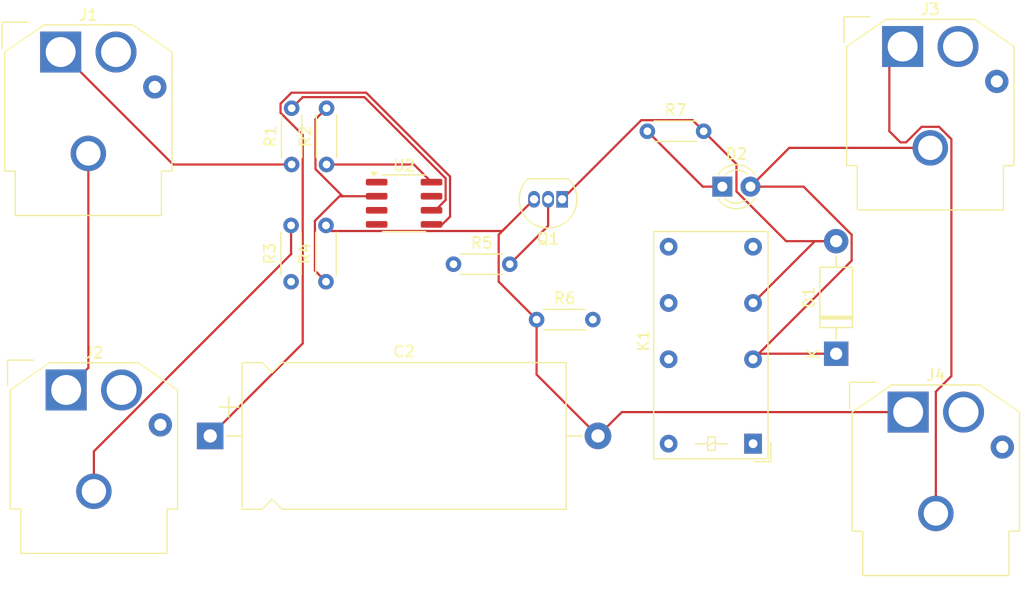
<source format=kicad_pcb>
(kicad_pcb (version 20240108) (generator "pcbnew") (generator_version "8.0")
  (layers (0 "F.Cu" signal) (31 "B.Cu" signal) (34 "B.Paste" user) (35 "F.Paste" user) (36 "B.SilkS" user "B.Silkscreen") (37 "F.SilkS" user "F.Silkscreen") (38 "B.Mask" user) (39 "F.Mask" user) (44 "Edge.Cuts" user))
  (net 0 "")
  (net 1 "GND")
  (net 2 "Net-(U2-CV)")
  (net 3 "+12V")
  (net 4 "Net-(D1-A)")
  (net 5 "Net-(D2-K)")
  (net 6 "Net-(J1-Shield)")
  (net 12 "Net-(J4-Shield)")
  (net 19 "Net-(Q1-B)")
  (net 20 "Net-(U2-THR)")
  (net 21 "Net-(U2-TR)")
  (net 22 "Net-(U2-Q)")
  (footprint "Package_TO_SOT_THT:TO-92_Inline" (layer "F.Cu") (at 136.27 70.14 180)
    (property "Reference" "Q1" (at 1.27 -3.56 180) (layer "F.SilkS"))
    (property "Value" "BC547")
    (fp_line (start -0.53 1.85) (end 3.07 1.85) (stroke (width 0.12)) (layer "F.SilkS"))
    (fp_arc (start 1.27 -2.6) (mid 3.672087 -0.994977) (end 3.108478 1.838478) (stroke (width 0.12)) (layer "F.SilkS"))
    (fp_arc (start -0.568478 1.838478) (mid -1.132087 -0.994977) (end 1.27 -2.6) (stroke (width 0.12)) (layer "F.SilkS"))
    (pad "1" thru_hole rect (at 0 0 180) (size 1.05 1.5) (drill 0.75) (layers "*.Cu" "*.Mask") (net 4 "Net-(D1-A)"))
    (pad "2" thru_hole oval (at 1.27 0 180) (size 1.05 1.5) (drill 0.75) (layers "*.Cu" "*.Mask") (net 19 "Net-(Q1-B)"))
    (pad "3" thru_hole oval (at 2.54 0 180) (size 1.05 1.5) (drill 0.75) (layers "*.Cu" "*.Mask") (net 1 "GND"))
  )
  (footprint "Resistor_THT:R_Axial_DIN0204_L3.6mm_D1.6mm_P5.08mm_Horizontal" (layer "F.Cu") (at 115 67 90)
    (property "Reference" "R2" (at 2.54 -1.92 270) (layer "F.SilkS"))
    (property "Value" "22K")
    (fp_line (start 0.62 -0.92) (end 4.46 -0.92) (stroke (width 0.12)) (layer "F.SilkS"))
    (fp_line (start 0.62 0.92) (end 4.46 0.92) (stroke (width 0.12)) (layer "F.SilkS"))
    (pad "1" thru_hole circle (at 0 0 90) (size 1.4 1.4) (drill 0.7) (layers "*.Cu" "*.Mask") (net 3 "+12V"))
    (pad "2" thru_hole oval (at 5.08 0 90) (size 1.4 1.4) (drill 0.7) (layers "*.Cu" "*.Mask") (net 21 "Net-(U2-TR)"))
  )
  (footprint "Capacitor_THT:CP_Axial_L29.0mm_D13.0mm_P35.00mm_Horizontal" (layer "F.Cu") (at 104.5 91.5)
    (property "Reference" "C2" (at 17.5 -7.62 0) (layer "F.SilkS"))
    (property "Value" "100nF")
    (fp_line (start 0.78 -2.6) (end 2.58 -2.6) (stroke (width 0.12)) (layer "F.SilkS"))
    (fp_line (start 1.44 0) (end 2.88 0) (stroke (width 0.12)) (layer "F.SilkS"))
    (fp_line (start 1.68 -3.5) (end 1.68 -1.7) (stroke (width 0.12)) (layer "F.SilkS"))
    (fp_line (start 2.88 -6.62) (end 2.88 6.62) (stroke (width 0.12)) (layer "F.SilkS"))
    (fp_line (start 2.88 -6.62) (end 4.68 -6.62) (stroke (width 0.12)) (layer "F.SilkS"))
    (fp_line (start 2.88 6.62) (end 4.68 6.62) (stroke (width 0.12)) (layer "F.SilkS"))
    (fp_line (start 4.68 -6.62) (end 5.58 -5.72) (stroke (width 0.12)) (layer "F.SilkS"))
    (fp_line (start 4.68 6.62) (end 5.58 5.72) (stroke (width 0.12)) (layer "F.SilkS"))
    (fp_line (start 5.58 -5.72) (end 6.48 -6.62) (stroke (width 0.12)) (layer "F.SilkS"))
    (fp_line (start 5.58 5.72) (end 6.48 6.62) (stroke (width 0.12)) (layer "F.SilkS"))
    (fp_line (start 6.48 -6.62) (end 32.12 -6.62) (stroke (width 0.12)) (layer "F.SilkS"))
    (fp_line (start 6.48 6.62) (end 32.12 6.62) (stroke (width 0.12)) (layer "F.SilkS"))
    (fp_line (start 32.12 -6.62) (end 32.12 6.62) (stroke (width 0.12)) (layer "F.SilkS"))
    (fp_line (start 33.56 0) (end 32.12 0) (stroke (width 0.12)) (layer "F.SilkS"))
    (pad "1" thru_hole rect (at 0 0) (size 2.4 2.4) (drill 1.2) (layers "*.Cu" "*.Mask") (net 2 "Net-(U2-CV)"))
    (pad "2" thru_hole oval (at 35 0) (size 2.4 2.4) (drill 1.2) (layers "*.Cu" "*.Mask") (net 1 "GND"))
  )
  (footprint "Connector:CUI_PD-30" (layer "F.Cu") (at 91.5 87.35)
    (property "Reference" "J2" (at 2.5 -3.35 0) (layer "F.SilkS"))
    (property "Value" "CUI_PD-30")
    (fp_line (start -5.29 -2.69) (end -2.95 -2.69) (stroke (width 0.12)) (layer "F.SilkS"))
    (fp_line (start -5.29 -0.35) (end -5.29 -2.69) (stroke (width 0.12)) (layer "F.SilkS"))
    (fp_line (start -5.05 0) (end -1.5 -2.45) (stroke (width 0.12)) (layer "F.SilkS"))
    (fp_line (start -5.05 10.75) (end -5.05 0) (stroke (width 0.12)) (layer "F.SilkS"))
    (fp_line (start -4.1 10.75) (end -5.05 10.75) (stroke (width 0.12)) (layer "F.SilkS"))
    (fp_line (start -4.1 14.75) (end -4.1 10.75) (stroke (width 0.12)) (layer "F.SilkS"))
    (fp_line (start -1.5 -2.45) (end 6.5 -2.45) (stroke (width 0.12)) (layer "F.SilkS"))
    (fp_line (start 6.5 -2.45) (end 10.05 0) (stroke (width 0.12)) (layer "F.SilkS"))
    (fp_line (start 9.1 10.75) (end 9.1 14.75) (stroke (width 0.12)) (layer "F.SilkS"))
    (fp_line (start 9.1 14.75) (end -4.1 14.75) (stroke (width 0.12)) (layer "F.SilkS"))
    (fp_line (start 10.05 0) (end 10.05 10.75) (stroke (width 0.12)) (layer "F.SilkS"))
    (fp_line (start 10.05 10.75) (end 9.1 10.75) (stroke (width 0.12)) (layer "F.SilkS"))
    (pad "" np_thru_hole circle (at 0 7.15 180) (size 1.7 1.7) (drill 1.7) (layers "*.Cu" "*.Mask"))
    (pad "" np_thru_hole circle (at 5 7.15 180) (size 1.7 1.7) (drill 1.7) (layers "*.Cu" "*.Mask"))
    (pad "1" thru_hole rect (at 0 0 180) (size 3.7 3.7) (drill 2.7) (layers "*.Cu" "*.Mask") (net 6 "Net-(J1-Shield)"))
    (pad "2" thru_hole circle (at 5 0 180) (size 3.7 3.7) (drill 2.7) (layers "*.Cu" "*.Mask"))
    (pad "3" thru_hole circle (at 8.5 3.15 180) (size 2.1 2.1) (drill 1.1) (layers "*.Cu" "*.Mask"))
    (pad "4" thru_hole circle (at 2.5 9.15 180) (size 3.2 3.2) (drill 2.2) (layers "*.Cu" "*.Mask") (net 1 "GND"))
  )
  (footprint "Relay_THT:Relay_DPDT_Finder_30.22" (layer "F.Cu") (at 153.5 92.2 90)
    (property "Reference" "K1" (at 9.3 -9.9 270) (layer "F.SilkS"))
    (property "Value" "Relay_SPDT")
    (fp_line (start 19.15 -8.97) (end 19.15 1.35) (stroke (width 0.12)) (layer "F.SilkS"))
    (fp_line (start -1.37 -8.97) (end 19.15 -8.97) (stroke (width 0.12)) (layer "F.SilkS"))
    (fp_line (start 0.6 -4.1) (end -0.6 -4.1) (stroke (width 0.12)) (layer "F.SilkS"))
    (fp_line (start 0 -4.1) (end 0 -5.2) (stroke (width 0.12)) (layer "F.SilkS"))
    (fp_line (start -0.6 -4.1) (end -0.6 -3.4) (stroke (width 0.12)) (layer "F.SilkS"))
    (fp_line (start 0.6 -3.4) (end 0.6 -4.1) (stroke (width 0.12)) (layer "F.SilkS"))
    (fp_line (start 0.2 -3.4) (end -0.2 -4.1) (stroke (width 0.12)) (layer "F.SilkS"))
    (fp_line (start 0 -3.4) (end 0 -2.3) (stroke (width 0.12)) (layer "F.SilkS"))
    (fp_line (start -0.6 -3.4) (end 0.6 -3.4) (stroke (width 0.12)) (layer "F.SilkS"))
    (fp_line (start 19.15 1.35) (end -1.37 1.35) (stroke (width 0.12)) (layer "F.SilkS"))
    (fp_line (start -1.37 1.35) (end -1.37 -8.97) (stroke (width 0.12)) (layer "F.SilkS"))
    (fp_line (start 0.1 1.6) (end -1.62 1.6) (stroke (width 0.12)) (layer "F.SilkS"))
    (fp_line (start -1.62 1.6) (end -1.62 0.1) (stroke (width 0.12)) (layer "F.SilkS"))
    (pad "11" thru_hole circle (at 7.62 0 180) (size 1.6 1.6) (drill 0.8) (layers "*.Cu" "*.Mask") (net 3 "+12V"))
    (pad "12" thru_hole circle (at 12.7 0 180) (size 1.6 1.6) (drill 0.8) (layers "*.Cu" "*.Mask") (net 4 "Net-(D1-A)"))
    (pad "14" thru_hole circle (at 17.78 0 180) (size 1.6 1.6) (drill 0.8) (layers "*.Cu" "*.Mask"))
    (pad "21" thru_hole circle (at 7.62 -7.62 180) (size 1.6 1.6) (drill 0.8) (layers "*.Cu" "*.Mask"))
    (pad "22" thru_hole circle (at 12.7 -7.62 180) (size 1.6 1.6) (drill 0.8) (layers "*.Cu" "*.Mask"))
    (pad "24" thru_hole circle (at 17.78 -7.62 270) (size 1.6 1.6) (drill 0.8) (layers "*.Cu" "*.Mask"))
    (pad "A1" thru_hole rect (at 0 0 180) (size 1.6 1.8) (drill 0.8) (layers "*.Cu" "*.Mask"))
    (pad "A2" thru_hole circle (at 0 -7.62 180) (size 1.6 1.6) (drill 0.8) (layers "*.Cu" "*.Mask"))
  )
  (footprint "Connector:CUI_PD-30" (layer "F.Cu") (at 91 56.85)
    (property "Reference" "J1" (at 2.5 -3.35 0) (layer "F.SilkS"))
    (property "Value" "CUI_PD-30")
    (fp_line (start -5.29 -2.69) (end -2.95 -2.69) (stroke (width 0.12)) (layer "F.SilkS"))
    (fp_line (start -5.29 -0.35) (end -5.29 -2.69) (stroke (width 0.12)) (layer "F.SilkS"))
    (fp_line (start -5.05 0) (end -1.5 -2.45) (stroke (width 0.12)) (layer "F.SilkS"))
    (fp_line (start -5.05 10.75) (end -5.05 0) (stroke (width 0.12)) (layer "F.SilkS"))
    (fp_line (start -4.1 10.75) (end -5.05 10.75) (stroke (width 0.12)) (layer "F.SilkS"))
    (fp_line (start -4.1 14.75) (end -4.1 10.75) (stroke (width 0.12)) (layer "F.SilkS"))
    (fp_line (start -1.5 -2.45) (end 6.5 -2.45) (stroke (width 0.12)) (layer "F.SilkS"))
    (fp_line (start 6.5 -2.45) (end 10.05 0) (stroke (width 0.12)) (layer "F.SilkS"))
    (fp_line (start 9.1 10.75) (end 9.1 14.75) (stroke (width 0.12)) (layer "F.SilkS"))
    (fp_line (start 9.1 14.75) (end -4.1 14.75) (stroke (width 0.12)) (layer "F.SilkS"))
    (fp_line (start 10.05 0) (end 10.05 10.75) (stroke (width 0.12)) (layer "F.SilkS"))
    (fp_line (start 10.05 10.75) (end 9.1 10.75) (stroke (width 0.12)) (layer "F.SilkS"))
    (pad "" np_thru_hole circle (at 0 7.15 180) (size 1.7 1.7) (drill 1.7) (layers "*.Cu" "*.Mask"))
    (pad "" np_thru_hole circle (at 5 7.15 180) (size 1.7 1.7) (drill 1.7) (layers "*.Cu" "*.Mask"))
    (pad "1" thru_hole rect (at 0 0 180) (size 3.7 3.7) (drill 2.7) (layers "*.Cu" "*.Mask") (net 3 "+12V"))
    (pad "2" thru_hole circle (at 5 0 180) (size 3.7 3.7) (drill 2.7) (layers "*.Cu" "*.Mask"))
    (pad "3" thru_hole circle (at 8.5 3.15 180) (size 2.1 2.1) (drill 1.1) (layers "*.Cu" "*.Mask"))
    (pad "4" thru_hole circle (at 2.5 9.15 180) (size 3.2 3.2) (drill 2.2) (layers "*.Cu" "*.Mask") (net 6 "Net-(J1-Shield)"))
  )
  (footprint "Resistor_THT:R_Axial_DIN0204_L3.6mm_D1.6mm_P5.08mm_Horizontal" (layer "F.Cu") (at 126.46 76)
    (property "Reference" "R5" (at 2.54 -1.92 0) (layer "F.SilkS"))
    (property "Value" "1K")
    (fp_line (start 0.62 -0.92) (end 4.46 -0.92) (stroke (width 0.12)) (layer "F.SilkS"))
    (fp_line (start 0.62 0.92) (end 4.46 0.92) (stroke (width 0.12)) (layer "F.SilkS"))
    (pad "1" thru_hole circle (at 0 0) (size 1.4 1.4) (drill 0.7) (layers "*.Cu" "*.Mask") (net 22 "Net-(U2-Q)"))
    (pad "2" thru_hole oval (at 5.08 0) (size 1.4 1.4) (drill 0.7) (layers "*.Cu" "*.Mask") (net 19 "Net-(Q1-B)"))
  )
  (footprint "Connector:CUI_PD-30" (layer "F.Cu") (at 167.5 89.35)
    (property "Reference" "J4" (at 2.5 -3.35 0) (layer "F.SilkS"))
    (property "Value" "CUI_PD-30")
    (fp_line (start -5.29 -2.69) (end -2.95 -2.69) (stroke (width 0.12)) (layer "F.SilkS"))
    (fp_line (start -5.29 -0.35) (end -5.29 -2.69) (stroke (width 0.12)) (layer "F.SilkS"))
    (fp_line (start -5.05 0) (end -1.5 -2.45) (stroke (width 0.12)) (layer "F.SilkS"))
    (fp_line (start -5.05 10.75) (end -5.05 0) (stroke (width 0.12)) (layer "F.SilkS"))
    (fp_line (start -4.1 10.75) (end -5.05 10.75) (stroke (width 0.12)) (layer "F.SilkS"))
    (fp_line (start -4.1 14.75) (end -4.1 10.75) (stroke (width 0.12)) (layer "F.SilkS"))
    (fp_line (start -1.5 -2.45) (end 6.5 -2.45) (stroke (width 0.12)) (layer "F.SilkS"))
    (fp_line (start 6.5 -2.45) (end 10.05 0) (stroke (width 0.12)) (layer "F.SilkS"))
    (fp_line (start 9.1 10.75) (end 9.1 14.75) (stroke (width 0.12)) (layer "F.SilkS"))
    (fp_line (start 9.1 14.75) (end -4.1 14.75) (stroke (width 0.12)) (layer "F.SilkS"))
    (fp_line (start 10.05 0) (end 10.05 10.75) (stroke (width 0.12)) (layer "F.SilkS"))
    (fp_line (start 10.05 10.75) (end 9.1 10.75) (stroke (width 0.12)) (layer "F.SilkS"))
    (pad "" np_thru_hole circle (at 0 7.15 180) (size 1.7 1.7) (drill 1.7) (layers "*.Cu" "*.Mask"))
    (pad "" np_thru_hole circle (at 5 7.15 180) (size 1.7 1.7) (drill 1.7) (layers "*.Cu" "*.Mask"))
    (pad "1" thru_hole rect (at 0 0 180) (size 3.7 3.7) (drill 2.7) (layers "*.Cu" "*.Mask") (net 1 "GND"))
    (pad "2" thru_hole circle (at 5 0 180) (size 3.7 3.7) (drill 2.7) (layers "*.Cu" "*.Mask"))
    (pad "3" thru_hole circle (at 8.5 3.15 180) (size 2.1 2.1) (drill 1.1) (layers "*.Cu" "*.Mask"))
    (pad "4" thru_hole circle (at 2.5 9.15 180) (size 3.2 3.2) (drill 2.2) (layers "*.Cu" "*.Mask") (net 12 "Net-(J4-Shield)"))
  )
  (footprint "LED_THT:LED_D3.0mm" (layer "F.Cu") (at 150.725 69)
    (property "Reference" "D2" (at 1.27 -2.96 0) (layer "F.SilkS"))
    (property "Value" "LED")
    (fp_line (start -0.29 -1.236) (end -0.29 -1.08) (stroke (width 0.12)) (layer "F.SilkS"))
    (fp_line (start -0.29 1.08) (end -0.29 1.236) (stroke (width 0.12)) (layer "F.SilkS"))
    (fp_arc (start -0.29 -1.235516) (mid 1.366487 -1.987659) (end 2.942335 -1.078608) (stroke (width 0.12)) (layer "F.SilkS"))
    (fp_arc (start 0.229039 -1.08) (mid 1.270117 -1.5) (end 2.31113 -1.079837) (stroke (width 0.12)) (layer "F.SilkS"))
    (fp_arc (start 2.31113 1.079837) (mid 1.270117 1.5) (end 0.229039 1.08) (stroke (width 0.12)) (layer "F.SilkS"))
    (fp_arc (start 2.942335 1.078608) (mid 1.366487 1.987659) (end -0.29 1.235516) (stroke (width 0.12)) (layer "F.SilkS"))
    (pad "1" thru_hole rect (at 0 0) (size 1.8 1.8) (drill 0.9) (layers "*.Cu" "*.Mask") (net 5 "Net-(D2-K)"))
    (pad "2" thru_hole circle (at 2.54 0) (size 1.8 1.8) (drill 0.9) (layers "*.Cu" "*.Mask") (net 3 "+12V"))
  )
  (footprint "Diode_THT:D_DO-41_SOD81_P10.16mm_Horizontal" (layer "F.Cu") (at 161 84.08 90)
    (property "Reference" "D1" (at 5.08 -2.47 270) (layer "F.SilkS"))
    (property "Value" "1N4007")
    (fp_line (start 7.8 -1.47) (end 2.36 -1.47) (stroke (width 0.12)) (layer "F.SilkS"))
    (fp_line (start 3.38 -1.47) (end 3.38 1.47) (stroke (width 0.12)) (layer "F.SilkS"))
    (fp_line (start 3.26 -1.47) (end 3.26 1.47) (stroke (width 0.12)) (layer "F.SilkS"))
    (fp_line (start 3.14 -1.47) (end 3.14 1.47) (stroke (width 0.12)) (layer "F.SilkS"))
    (fp_line (start 2.36 -1.47) (end 2.36 1.47) (stroke (width 0.12)) (layer "F.SilkS"))
    (fp_line (start 8.82 0) (end 7.8 0) (stroke (width 0.12)) (layer "F.SilkS"))
    (fp_line (start 1.34 0) (end 2.36 0) (stroke (width 0.12)) (layer "F.SilkS"))
    (fp_line (start 7.8 1.47) (end 7.8 -1.47) (stroke (width 0.12)) (layer "F.SilkS"))
    (fp_line (start 2.36 1.47) (end 7.8 1.47) (stroke (width 0.12)) (layer "F.SilkS"))
    (fp_text user "K" (at 0 -2.1 270) (layer "F.SilkS"))
    (pad "1" thru_hole rect (at 0 0 90) (size 2.2 2.2) (drill 1.1) (layers "*.Cu" "*.Mask") (net 3 "+12V"))
    (pad "2" thru_hole oval (at 10.16 0 90) (size 2.2 2.2) (drill 1.1) (layers "*.Cu" "*.Mask") (net 4 "Net-(D1-A)"))
  )
  (footprint "Resistor_THT:R_Axial_DIN0204_L3.6mm_D1.6mm_P5.08mm_Horizontal" (layer "F.Cu") (at 133.96 81)
    (property "Reference" "R6" (at 2.54 -1.92 0) (layer "F.SilkS"))
    (property "Value" "180K")
    (fp_line (start 0.62 -0.92) (end 4.46 -0.92) (stroke (width 0.12)) (layer "F.SilkS"))
    (fp_line (start 0.62 0.92) (end 4.46 0.92) (stroke (width 0.12)) (layer "F.SilkS"))
    (pad "1" thru_hole circle (at 0 0) (size 1.4 1.4) (drill 0.7) (layers "*.Cu" "*.Mask") (net 1 "GND"))
    (pad "2" thru_hole oval (at 5.08 0) (size 1.4 1.4) (drill 0.7) (layers "*.Cu" "*.Mask"))
  )
  (footprint "Connector:CUI_PD-30" (layer "F.Cu") (at 167 56.35)
    (property "Reference" "J3" (at 2.5 -3.35 0) (layer "F.SilkS"))
    (property "Value" "CUI_PD-30")
    (fp_line (start -5.29 -2.69) (end -2.95 -2.69) (stroke (width 0.12)) (layer "F.SilkS"))
    (fp_line (start -5.29 -0.35) (end -5.29 -2.69) (stroke (width 0.12)) (layer "F.SilkS"))
    (fp_line (start -5.05 0) (end -1.5 -2.45) (stroke (width 0.12)) (layer "F.SilkS"))
    (fp_line (start -5.05 10.75) (end -5.05 0) (stroke (width 0.12)) (layer "F.SilkS"))
    (fp_line (start -4.1 10.75) (end -5.05 10.75) (stroke (width 0.12)) (layer "F.SilkS"))
    (fp_line (start -4.1 14.75) (end -4.1 10.75) (stroke (width 0.12)) (layer "F.SilkS"))
    (fp_line (start -1.5 -2.45) (end 6.5 -2.45) (stroke (width 0.12)) (layer "F.SilkS"))
    (fp_line (start 6.5 -2.45) (end 10.05 0) (stroke (width 0.12)) (layer "F.SilkS"))
    (fp_line (start 9.1 10.75) (end 9.1 14.75) (stroke (width 0.12)) (layer "F.SilkS"))
    (fp_line (start 9.1 14.75) (end -4.1 14.75) (stroke (width 0.12)) (layer "F.SilkS"))
    (fp_line (start 10.05 0) (end 10.05 10.75) (stroke (width 0.12)) (layer "F.SilkS"))
    (fp_line (start 10.05 10.75) (end 9.1 10.75) (stroke (width 0.12)) (layer "F.SilkS"))
    (pad "" np_thru_hole circle (at 0 7.15 180) (size 1.7 1.7) (drill 1.7) (layers "*.Cu" "*.Mask"))
    (pad "" np_thru_hole circle (at 5 7.15 180) (size 1.7 1.7) (drill 1.7) (layers "*.Cu" "*.Mask"))
    (pad "1" thru_hole rect (at 0 0 180) (size 3.7 3.7) (drill 2.7) (layers "*.Cu" "*.Mask") (net 12 "Net-(J4-Shield)"))
    (pad "2" thru_hole circle (at 5 0 180) (size 3.7 3.7) (drill 2.7) (layers "*.Cu" "*.Mask"))
    (pad "3" thru_hole circle (at 8.5 3.15 180) (size 2.1 2.1) (drill 1.1) (layers "*.Cu" "*.Mask"))
    (pad "4" thru_hole circle (at 2.5 9.15 180) (size 3.2 3.2) (drill 2.2) (layers "*.Cu" "*.Mask") (net 3 "+12V"))
  )
  (footprint "Resistor_THT:R_Axial_DIN0204_L3.6mm_D1.6mm_P5.08mm_Horizontal" (layer "F.Cu") (at 111.8 77.58 90)
    (property "Reference" "R3" (at 2.54 -1.92 270) (layer "F.SilkS"))
    (property "Value" "1M")
    (fp_line (start 0.62 -0.92) (end 4.46 -0.92) (stroke (width 0.12)) (layer "F.SilkS"))
    (fp_line (start 0.62 0.92) (end 4.46 0.92) (stroke (width 0.12)) (layer "F.SilkS"))
    (pad "1" thru_hole circle (at 0 0 90) (size 1.4 1.4) (drill 0.7) (layers "*.Cu" "*.Mask") (net 20 "Net-(U2-THR)"))
    (pad "2" thru_hole oval (at 5.08 0 90) (size 1.4 1.4) (drill 0.7) (layers "*.Cu" "*.Mask") (net 1 "GND"))
  )
  (footprint "Resistor_THT:R_Axial_DIN0204_L3.6mm_D1.6mm_P5.08mm_Horizontal" (layer "F.Cu") (at 111.85 67 90)
    (property "Reference" "R1" (at 2.54 -1.92 270) (layer "F.SilkS"))
    (property "Value" "22K")
    (fp_line (start 0.62 -0.92) (end 4.46 -0.92) (stroke (width 0.12)) (layer "F.SilkS"))
    (fp_line (start 0.62 0.92) (end 4.46 0.92) (stroke (width 0.12)) (layer "F.SilkS"))
    (pad "1" thru_hole circle (at 0 0 90) (size 1.4 1.4) (drill 0.7) (layers "*.Cu" "*.Mask") (net 3 "+12V"))
    (pad "2" thru_hole oval (at 5.08 0 90) (size 1.4 1.4) (drill 0.7) (layers "*.Cu" "*.Mask") (net 20 "Net-(U2-THR)"))
  )
  (footprint "Resistor_THT:R_Axial_DIN0204_L3.6mm_D1.6mm_P5.08mm_Horizontal" (layer "F.Cu") (at 114.95 77.58 90)
    (property "Reference" "R4" (at 2.54 -1.92 270) (layer "F.SilkS"))
    (property "Value" "1M")
    (fp_line (start 0.62 -0.92) (end 4.46 -0.92) (stroke (width 0.12)) (layer "F.SilkS"))
    (fp_line (start 0.62 0.92) (end 4.46 0.92) (stroke (width 0.12)) (layer "F.SilkS"))
    (pad "1" thru_hole circle (at 0 0 90) (size 1.4 1.4) (drill 0.7) (layers "*.Cu" "*.Mask") (net 21 "Net-(U2-TR)"))
    (pad "2" thru_hole oval (at 5.08 0 90) (size 1.4 1.4) (drill 0.7) (layers "*.Cu" "*.Mask") (net 1 "GND"))
  )
  (footprint "Resistor_THT:R_Axial_DIN0204_L3.6mm_D1.6mm_P5.08mm_Horizontal" (layer "F.Cu") (at 143.96 64)
    (property "Reference" "R7" (at 2.54 -1.92 0) (layer "F.SilkS"))
    (property "Value" "1K")
    (fp_line (start 0.62 -0.92) (end 4.46 -0.92) (stroke (width 0.12)) (layer "F.SilkS"))
    (fp_line (start 0.62 0.92) (end 4.46 0.92) (stroke (width 0.12)) (layer "F.SilkS"))
    (pad "1" thru_hole circle (at 0 0) (size 1.4 1.4) (drill 0.7) (layers "*.Cu" "*.Mask") (net 5 "Net-(D2-K)"))
    (pad "2" thru_hole oval (at 5.08 0) (size 1.4 1.4) (drill 0.7) (layers "*.Cu" "*.Mask") (net 4 "Net-(D1-A)"))
  )
  (footprint "Package_SO:SOIC-8_3.9x4.9mm_P1.27mm" (layer "F.Cu") (at 122 70.5)
    (property "Reference" "U2" (at 0 -3.4 0) (layer "F.SilkS"))
    (property "Value" "LM555xM")
    (fp_line (start 0 -2.56) (end -1.95 -2.56) (stroke (width 0.12)) (layer "F.SilkS"))
    (fp_line (start 0 -2.56) (end 1.95 -2.56) (stroke (width 0.12)) (layer "F.SilkS"))
    (fp_line (start 0 2.56) (end -1.95 2.56) (stroke (width 0.12)) (layer "F.SilkS"))
    (fp_line (start 0 2.56) (end 1.95 2.56) (stroke (width 0.12)) (layer "F.SilkS"))
    (fp_poly (pts (xy -2.7 -2.465) (xy -2.94 -2.795) (xy -2.46 -2.795) (xy -2.7 -2.465)) (stroke (width 0.12)) (fill solid) (layer "F.SilkS"))
    (pad "1" smd roundrect (at -2.475 -1.905) (size 1.95 0.6) (layers "F.Cu" "F.Paste" "F.Mask"))
    (pad "2" smd roundrect (at -2.475 -0.635) (size 1.95 0.6) (layers "F.Cu" "F.Paste" "F.Mask") (net 21 "Net-(U2-TR)"))
    (pad "3" smd roundrect (at -2.475 0.635) (size 1.95 0.6) (layers "F.Cu" "F.Paste" "F.Mask") (net 22 "Net-(U2-Q)"))
    (pad "4" smd roundrect (at -2.475 1.905) (size 1.95 0.6) (layers "F.Cu" "F.Paste" "F.Mask"))
    (pad "5" smd roundrect (at 2.475 1.905) (size 1.95 0.6) (layers "F.Cu" "F.Paste" "F.Mask") (net 2 "Net-(U2-CV)"))
    (pad "6" smd roundrect (at 2.475 0.635) (size 1.95 0.6) (layers "F.Cu" "F.Paste" "F.Mask") (net 20 "Net-(U2-THR)"))
    (pad "7" smd roundrect (at 2.475 -0.635) (size 1.95 0.6) (layers "F.Cu" "F.Paste" "F.Mask"))
    (pad "8" smd roundrect (at 2.475 -1.905) (size 1.95 0.6) (layers "F.Cu" "F.Paste" "F.Mask") (net 3 "+12V"))
  )
  (segment (start 131.185 72.685) (end 133.73 70.14) (width 0.2) (layer "F.Cu") (net 1))
  (segment (start 111.8 75.09056) (end 94 92.89056) (width 0.2) (layer "F.Cu") (net 1))
  (segment (start 133.96 81) (end 133.96 85.96) (width 0.2) (layer "F.Cu") (net 1))
  (segment (start 94 92.89056) (end 94 96.5) (width 0.2) (layer "F.Cu") (net 1))
  (segment (start 133.96 81) (end 130.54 77.58) (width 0.2) (layer "F.Cu") (net 1))
  (segment (start 141.65 89.35) (end 167.5 89.35) (width 0.2) (layer "F.Cu") (net 1))
  (segment (start 130.865 73.005) (end 131.185 72.685) (width 0.2) (layer "F.Cu") (net 1))
  (segment (start 139.5 91.5) (end 141.65 89.35) (width 0.2) (layer "F.Cu") (net 1))
  (segment (start 130.54 73.33) (end 131.185 72.685) (width 0.2) (layer "F.Cu") (net 1))
  (segment (start 130.54 77.58) (end 130.54 73.33) (width 0.2) (layer "F.Cu") (net 1))
  (segment (start 111.8 72.5) (end 111.8 75.09056) (width 0.2) (layer "F.Cu") (net 1))
  (segment (start 133.96 85.96) (end 139.5 91.5) (width 0.2) (layer "F.Cu") (net 1))
  (segment (start 114.95 72.5) (end 115.455 73.005) (width 0.2) (layer "F.Cu") (net 1))
  (segment (start 115.455 73.005) (end 130.865 73.005) (width 0.2) (layer "F.Cu") (net 1))
  (segment (start 126.15 71.704999) (end 125.449999 72.405) (width 0.2) (layer "F.Cu") (net 2))
  (segment (start 110.85 62.334214) (end 110.85 61.505786) (width 0.2) (layer "F.Cu") (net 2))
  (segment (start 104.5 91.5) (end 112.85 83.15) (width 0.2) (layer "F.Cu") (net 2))
  (segment (start 118.581238 60.52) (end 126.15 68.088762) (width 0.2) (layer "F.Cu") (net 2))
  (segment (start 112.85 64.334214) (end 110.85 62.334214) (width 0.2) (layer "F.Cu") (net 2))
  (segment (start 126.15 68.088762) (end 126.15 71.704999) (width 0.2) (layer "F.Cu") (net 2))
  (segment (start 111.835786 60.52) (end 118.581238 60.52) (width 0.2) (layer "F.Cu") (net 2))
  (segment (start 125.449999 72.405) (end 124.475 72.405) (width 0.2) (layer "F.Cu") (net 2))
  (segment (start 110.85 61.505786) (end 111.835786 60.52) (width 0.2) (layer "F.Cu") (net 2))
  (segment (start 112.85 83.15) (end 112.85 64.334214) (width 0.2) (layer "F.Cu") (net 2))
  (segment (start 115 67) (end 122.88 67) (width 0.2) (layer "F.Cu") (net 3))
  (segment (start 122.88 67) (end 124.475 68.595) (width 0.2) (layer "F.Cu") (net 3))
  (segment (start 153.265 69) (end 156.765 65.5) (width 0.2) (layer "F.Cu") (net 3))
  (segment (start 162.4 75.68) (end 153.5 84.58) (width 0.2) (layer "F.Cu") (net 3))
  (segment (start 101.15 67) (end 91 56.85) (width 0.2) (layer "F.Cu") (net 3))
  (segment (start 162.4 73.340101) (end 162.4 75.68) (width 0.2) (layer "F.Cu") (net 3))
  (segment (start 156.765 65.5) (end 169.5 65.5) (width 0.2) (layer "F.Cu") (net 3))
  (segment (start 111.85 67) (end 101.15 67) (width 0.2) (layer "F.Cu") (net 3))
  (segment (start 161 84.08) (end 154 84.08) (width 0.2) (layer "F.Cu") (net 3))
  (segment (start 153.265 69) (end 158.059899 69) (width 0.2) (layer "F.Cu") (net 3))
  (segment (start 158.059899 69) (end 162.4 73.340101) (width 0.2) (layer "F.Cu") (net 3))
  (segment (start 154 84.08) (end 153.5 84.58) (width 0.2) (layer "F.Cu") (net 3))
  (segment (start 161 73.92) (end 159.08 73.92) (width 0.2) (layer "F.Cu") (net 4))
  (segment (start 136.27 70.14) (end 143.41 63) (width 0.2) (layer "F.Cu") (net 4))
  (segment (start 152 69.432057) (end 152 66.96) (width 0.2) (layer "F.Cu") (net 4))
  (segment (start 156.487943 73.92) (end 152 69.432057) (width 0.2) (layer "F.Cu") (net 4))
  (segment (start 143.41 63) (end 148.04 63) (width 0.2) (layer "F.Cu") (net 4))
  (segment (start 159.08 73.92) (end 153.5 79.5) (width 0.2) (layer "F.Cu") (net 4))
  (segment (start 152 66.96) (end 149.04 64) (width 0.2) (layer "F.Cu") (net 4))
  (segment (start 161 73.92) (end 156.487943 73.92) (width 0.2) (layer "F.Cu") (net 4))
  (segment (start 148.04 63) (end 149.04 64) (width 0.2) (layer "F.Cu") (net 4))
  (segment (start 148.96 69) (end 143.96 64) (width 0.2) (layer "F.Cu") (net 5))
  (segment (start 150.725 69) (end 148.96 69) (width 0.2) (layer "F.Cu") (net 5))
  (segment (start 93.5 85.35) (end 91.5 87.35) (width 0.2) (layer "F.Cu") (net 6))
  (segment (start 93.5 66) (end 93.5 85.35) (width 0.2) (layer "F.Cu") (net 6))
  (segment (start 167 56.35) (end 165.8 57.55) (width 0.2) (layer "F.Cu") (net 12))
  (segment (start 165.8 63.997056) (end 166.802944 65) (width 0.2) (layer "F.Cu") (net 12))
  (segment (start 168.712994 63.6) (end 170.287006 63.6) (width 0.2) (layer "F.Cu") (net 12))
  (segment (start 171.4 64.712994) (end 171.4 86.1) (width 0.2) (layer "F.Cu") (net 12))
  (segment (start 170.287006 63.6) (end 171.4 64.712994) (width 0.2) (layer "F.Cu") (net 12))
  (segment (start 165.8 57.55) (end 165.8 63.997056) (width 0.2) (layer "F.Cu") (net 12))
  (segment (start 170 87.5) (end 170 98.5) (width 0.2) (layer "F.Cu") (net 12))
  (segment (start 167.312994 65) (end 168.712994 63.6) (width 0.2) (layer "F.Cu") (net 12))
  (segment (start 166.802944 65) (end 167.312994 65) (width 0.2) (layer "F.Cu") (net 12))
  (segment (start 171.4 86.1) (end 170 87.5) (width 0.2) (layer "F.Cu") (net 12))
  (segment (start 131.54 76) (end 135 72.54) (width 0.2) (layer "F.Cu") (net 19))
  (segment (start 135 72.54) (end 135 70.14) (width 0.2) (layer "F.Cu") (net 19))
  (segment (start 125.75 68.254448) (end 125.75 70.205552) (width 0.2) (layer "F.Cu") (net 20))
  (segment (start 118.415552 60.92) (end 125.75 68.254448) (width 0.2) (layer "F.Cu") (net 20))
  (segment (start 125.75 70.205552) (end 124.820552 71.135) (width 0.2) (layer "F.Cu") (net 20))
  (segment (start 111.85 61.92) (end 112.85 60.92) (width 0.2) (layer "F.Cu") (net 20))
  (segment (start 124.820552 71.135) (end 124.475 71.135) (width 0.2) (layer "F.Cu") (net 20))
  (segment (start 112.85 60.92) (end 118.415552 60.92) (width 0.2) (layer "F.Cu") (net 20))
  (segment (start 116.170786 69.865) (end 116.5 69.865) (width 0.2) (layer "F.Cu") (net 21))
  (segment (start 116.5 69.865) (end 119.525 69.865) (width 0.2) (layer "F.Cu") (net 21))
  (segment (start 114.95 77.58) (end 113.95 76.58) (width 0.2) (layer "F.Cu") (net 21))
  (segment (start 113.95 72.085786) (end 116.170786 69.865) (width 0.2) (layer "F.Cu") (net 21))
  (segment (start 115 61.92) (end 114 62.92) (width 0.2) (layer "F.Cu") (net 21))
  (segment (start 113.95 76.58) (end 113.95 72.085786) (width 0.2) (layer "F.Cu") (net 21))
  (segment (start 116.450786 69.865) (end 116.5 69.865) (width 0.2) (layer "F.Cu") (net 21))
  (segment (start 114 62.92) (end 114 67.414214) (width 0.2) (layer "F.Cu") (net 21))
  (segment (start 114 67.414214) (end 116.450786 69.865) (width 0.2) (layer "F.Cu") (net 21))
)
</source>
